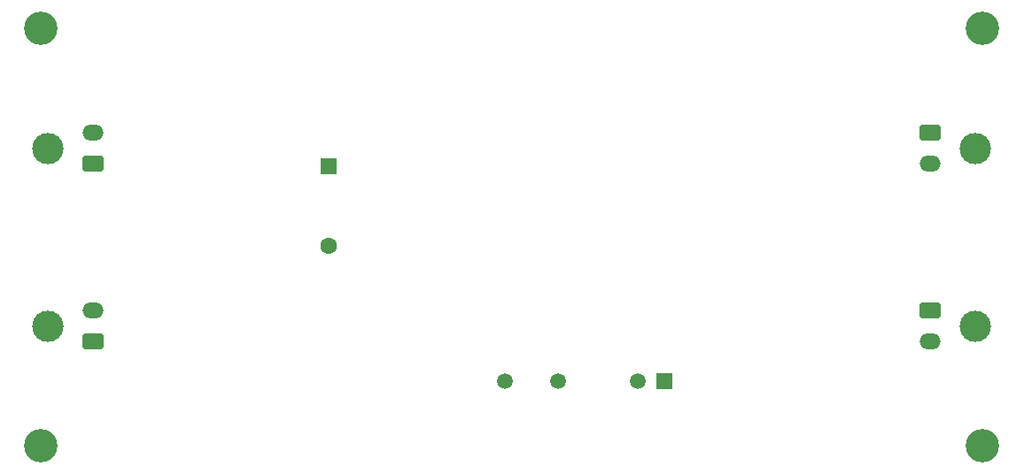
<source format=gbr>
%TF.GenerationSoftware,KiCad,Pcbnew,9.0.2*%
%TF.CreationDate,2025-07-01T15:14:05+08:00*%
%TF.ProjectId,tsal_r_v3,7473616c-5f72-45f7-9633-2e6b69636164,rev?*%
%TF.SameCoordinates,Original*%
%TF.FileFunction,Soldermask,Bot*%
%TF.FilePolarity,Negative*%
%FSLAX46Y46*%
G04 Gerber Fmt 4.6, Leading zero omitted, Abs format (unit mm)*
G04 Created by KiCad (PCBNEW 9.0.2) date 2025-07-01 15:14:05*
%MOMM*%
%LPD*%
G01*
G04 APERTURE LIST*
G04 Aperture macros list*
%AMRoundRect*
0 Rectangle with rounded corners*
0 $1 Rounding radius*
0 $2 $3 $4 $5 $6 $7 $8 $9 X,Y pos of 4 corners*
0 Add a 4 corners polygon primitive as box body*
4,1,4,$2,$3,$4,$5,$6,$7,$8,$9,$2,$3,0*
0 Add four circle primitives for the rounded corners*
1,1,$1+$1,$2,$3*
1,1,$1+$1,$4,$5*
1,1,$1+$1,$6,$7*
1,1,$1+$1,$8,$9*
0 Add four rect primitives between the rounded corners*
20,1,$1+$1,$2,$3,$4,$5,0*
20,1,$1+$1,$4,$5,$6,$7,0*
20,1,$1+$1,$6,$7,$8,$9,0*
20,1,$1+$1,$8,$9,$2,$3,0*%
G04 Aperture macros list end*
%ADD10R,1.500000X1.500000*%
%ADD11C,1.500000*%
%ADD12C,3.000000*%
%ADD13RoundRect,0.250001X0.759999X-0.499999X0.759999X0.499999X-0.759999X0.499999X-0.759999X-0.499999X0*%
%ADD14O,2.020000X1.500000*%
%ADD15C,3.200000*%
%ADD16RoundRect,0.250001X-0.759999X0.499999X-0.759999X-0.499999X0.759999X-0.499999X0.759999X0.499999X0*%
%ADD17RoundRect,0.250000X-0.550000X0.550000X-0.550000X-0.550000X0.550000X-0.550000X0.550000X0.550000X0*%
%ADD18C,1.600000*%
G04 APERTURE END LIST*
D10*
%TO.C,U3*%
X79540000Y-113750000D03*
D11*
X77000000Y-113750000D03*
X69380000Y-113750000D03*
X64300000Y-113750000D03*
%TD*%
D12*
%TO.C,J2*%
X20680000Y-108500000D03*
D13*
X25000000Y-110000000D03*
D14*
X25000000Y-107000000D03*
%TD*%
D15*
%TO.C,H2*%
X110000000Y-120000000D03*
%TD*%
D12*
%TO.C,J3*%
X109320000Y-91500000D03*
D16*
X105000000Y-90000000D03*
D14*
X105000000Y-93000000D03*
%TD*%
D12*
%TO.C,J1*%
X20680000Y-91500000D03*
D13*
X25000000Y-93000000D03*
D14*
X25000000Y-90000000D03*
%TD*%
D15*
%TO.C,H3*%
X20000000Y-80000000D03*
%TD*%
%TO.C,H1*%
X110000000Y-80000000D03*
%TD*%
D17*
%TO.C,D1*%
X47500000Y-93250000D03*
D18*
X47500000Y-100870000D03*
%TD*%
D15*
%TO.C,H4*%
X20000000Y-120000000D03*
%TD*%
D12*
%TO.C,J4*%
X109320000Y-108500000D03*
D16*
X105000000Y-107000000D03*
D14*
X105000000Y-110000000D03*
%TD*%
M02*

</source>
